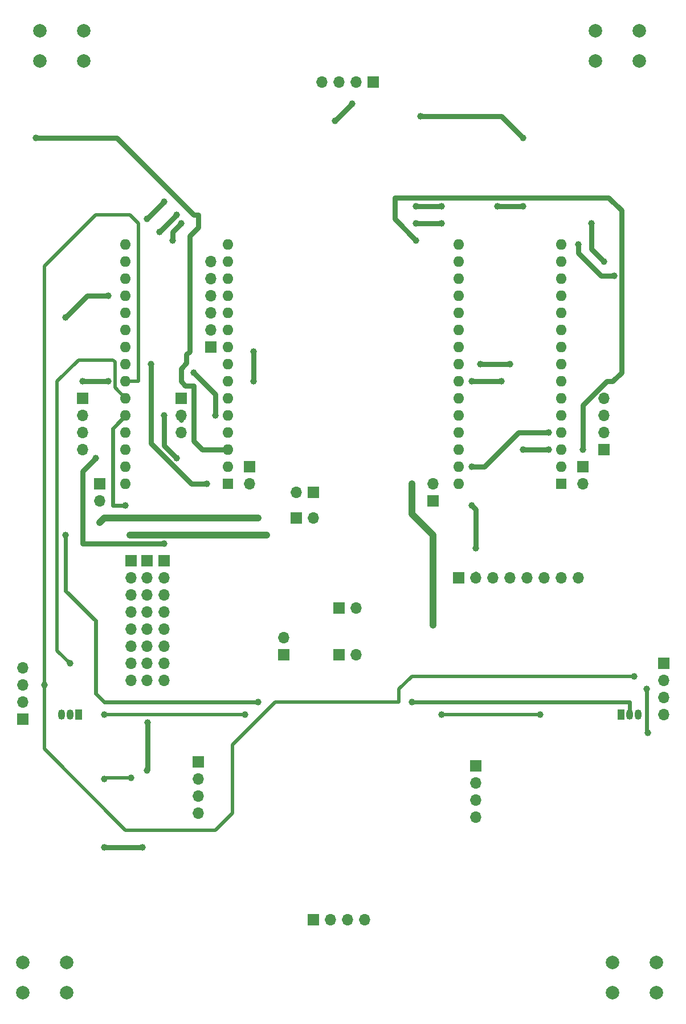
<source format=gbr>
G04 #@! TF.GenerationSoftware,KiCad,Pcbnew,5.1.5-52549c5~84~ubuntu18.04.1*
G04 #@! TF.CreationDate,2019-12-30T18:31:59+07:00*
G04 #@! TF.ProjectId,plate,706c6174-652e-46b6-9963-61645f706362,rev?*
G04 #@! TF.SameCoordinates,Original*
G04 #@! TF.FileFunction,Copper,L2,Bot*
G04 #@! TF.FilePolarity,Positive*
%FSLAX46Y46*%
G04 Gerber Fmt 4.6, Leading zero omitted, Abs format (unit mm)*
G04 Created by KiCad (PCBNEW 5.1.5-52549c5~84~ubuntu18.04.1) date 2019-12-30 18:31:59*
%MOMM*%
%LPD*%
G04 APERTURE LIST*
%ADD10O,1.700000X1.700000*%
%ADD11R,1.700000X1.700000*%
%ADD12C,2.000000*%
%ADD13R,1.050000X1.500000*%
%ADD14O,1.050000X1.500000*%
%ADD15O,1.600000X1.600000*%
%ADD16R,1.600000X1.600000*%
%ADD17C,1.000000*%
%ADD18C,0.800000*%
%ADD19C,1.000000*%
%ADD20C,0.600000*%
%ADD21C,0.500000*%
G04 APERTURE END LIST*
D10*
X40640000Y-123825000D03*
X40640000Y-126365000D03*
X40640000Y-128905000D03*
D11*
X40640000Y-131445000D03*
D10*
X135890000Y-130810000D03*
X135890000Y-128270000D03*
X135890000Y-125730000D03*
D11*
X135890000Y-123190000D03*
D10*
X49530000Y-91440000D03*
X49530000Y-88900000D03*
X49530000Y-86360000D03*
D11*
X49530000Y-83820000D03*
D10*
X85090000Y-36830000D03*
X87630000Y-36830000D03*
X90170000Y-36830000D03*
D11*
X92710000Y-36830000D03*
D10*
X127000000Y-83820000D03*
X127000000Y-86360000D03*
X127000000Y-88900000D03*
D11*
X127000000Y-91440000D03*
D10*
X91440000Y-161290000D03*
X88900000Y-161290000D03*
X86360000Y-161290000D03*
D11*
X83820000Y-161290000D03*
D10*
X123190000Y-110490000D03*
X120650000Y-110490000D03*
X118110000Y-110490000D03*
X115570000Y-110490000D03*
X113030000Y-110490000D03*
X110490000Y-110490000D03*
X107950000Y-110490000D03*
D11*
X105410000Y-110490000D03*
D10*
X66675000Y-145415000D03*
X66675000Y-142875000D03*
X66675000Y-140335000D03*
D11*
X66675000Y-137795000D03*
D10*
X107950000Y-146050000D03*
X107950000Y-143510000D03*
X107950000Y-140970000D03*
D11*
X107950000Y-138430000D03*
D10*
X74295000Y-96520000D03*
D11*
X74295000Y-93980000D03*
D10*
X123825000Y-96520000D03*
D11*
X123825000Y-93980000D03*
D12*
X47140000Y-167640000D03*
X47140000Y-172140000D03*
X40640000Y-167640000D03*
X40640000Y-172140000D03*
X134770000Y-167640000D03*
X134770000Y-172140000D03*
X128270000Y-167640000D03*
X128270000Y-172140000D03*
D13*
X48895000Y-130810000D03*
D14*
X46355000Y-130810000D03*
X47625000Y-130810000D03*
D13*
X129540000Y-130810000D03*
D14*
X132080000Y-130810000D03*
X130810000Y-130810000D03*
D10*
X79375000Y-119380000D03*
D11*
X79375000Y-121920000D03*
D10*
X90170000Y-121920000D03*
D11*
X87630000Y-121920000D03*
D10*
X90170000Y-114935000D03*
D11*
X87630000Y-114935000D03*
D10*
X52070000Y-99060000D03*
D11*
X52070000Y-96520000D03*
D10*
X101600000Y-96520000D03*
D11*
X101600000Y-99060000D03*
D10*
X68580000Y-63500000D03*
X68580000Y-66040000D03*
X68580000Y-68580000D03*
X68580000Y-71120000D03*
X68580000Y-73660000D03*
D11*
X68580000Y-76200000D03*
D15*
X55880000Y-60960000D03*
X71120000Y-60960000D03*
X55880000Y-96520000D03*
X71120000Y-63500000D03*
X55880000Y-93980000D03*
X71120000Y-66040000D03*
X55880000Y-91440000D03*
X71120000Y-68580000D03*
X55880000Y-88900000D03*
X71120000Y-71120000D03*
X55880000Y-86360000D03*
X71120000Y-73660000D03*
X55880000Y-83820000D03*
X71120000Y-76200000D03*
X55880000Y-81280000D03*
X71120000Y-78740000D03*
X55880000Y-78740000D03*
X71120000Y-81280000D03*
X55880000Y-76200000D03*
X71120000Y-83820000D03*
X55880000Y-73660000D03*
X71120000Y-86360000D03*
X55880000Y-71120000D03*
X71120000Y-88900000D03*
X55880000Y-68580000D03*
X71120000Y-91440000D03*
X55880000Y-66040000D03*
X71120000Y-93980000D03*
X55880000Y-63500000D03*
D16*
X71120000Y-96520000D03*
D10*
X64135000Y-88900000D03*
X64135000Y-86360000D03*
D11*
X64135000Y-83820000D03*
D10*
X83820000Y-101600000D03*
D11*
X81280000Y-101600000D03*
D15*
X105410000Y-60960000D03*
X120650000Y-60960000D03*
X105410000Y-96520000D03*
X120650000Y-63500000D03*
X105410000Y-93980000D03*
X120650000Y-66040000D03*
X105410000Y-91440000D03*
X120650000Y-68580000D03*
X105410000Y-88900000D03*
X120650000Y-71120000D03*
X105410000Y-86360000D03*
X120650000Y-73660000D03*
X105410000Y-83820000D03*
X120650000Y-76200000D03*
X105410000Y-81280000D03*
X120650000Y-78740000D03*
X105410000Y-78740000D03*
X120650000Y-81280000D03*
X105410000Y-76200000D03*
X120650000Y-83820000D03*
X105410000Y-73660000D03*
X120650000Y-86360000D03*
X105410000Y-71120000D03*
X120650000Y-88900000D03*
X105410000Y-68580000D03*
X120650000Y-91440000D03*
X105410000Y-66040000D03*
X120650000Y-93980000D03*
X105410000Y-63500000D03*
D16*
X120650000Y-96520000D03*
D10*
X56670000Y-125730000D03*
X56670000Y-123190000D03*
X56670000Y-120650000D03*
X56670000Y-118110000D03*
X56670000Y-115570000D03*
X56670000Y-113030000D03*
X56670000Y-110490000D03*
D11*
X56670000Y-107950000D03*
D12*
X132230000Y-29210000D03*
X132230000Y-33710000D03*
X125730000Y-29210000D03*
X125730000Y-33710000D03*
X49680000Y-29210000D03*
X49680000Y-33710000D03*
X43180000Y-29210000D03*
X43180000Y-33710000D03*
D10*
X81280000Y-97790000D03*
D11*
X83820000Y-97790000D03*
D10*
X59055000Y-125730000D03*
X59055000Y-123190000D03*
X59055000Y-120650000D03*
X59055000Y-118110000D03*
X59055000Y-115570000D03*
X59055000Y-113030000D03*
X59055000Y-110490000D03*
D11*
X59055000Y-107950000D03*
D10*
X61595000Y-125730000D03*
X61595000Y-123190000D03*
X61595000Y-120650000D03*
X61595000Y-118110000D03*
X61595000Y-115570000D03*
X61595000Y-113030000D03*
X61595000Y-110490000D03*
D11*
X61595000Y-107950000D03*
D17*
X51435000Y-92710000D03*
X61595000Y-105410000D03*
X59182500Y-131952500D03*
X59055000Y-139065000D03*
X49530000Y-81280000D03*
X53340000Y-81280000D03*
X58420000Y-150495000D03*
X52705000Y-150495000D03*
X76835000Y-104140000D03*
X56515000Y-104140000D03*
X127000000Y-63500000D03*
X125085000Y-57775000D03*
X99695000Y-41910000D03*
X114935000Y-45085000D03*
X107950000Y-106045000D03*
X107315000Y-99695000D03*
X73660000Y-104140000D03*
X118745000Y-88900000D03*
X107315000Y-93980000D03*
X133480000Y-133480000D03*
X133350000Y-127000000D03*
X56670000Y-140180000D03*
X52705000Y-140335000D03*
X66040000Y-80010000D03*
X69215000Y-86360000D03*
X101600000Y-117475000D03*
X98425000Y-96520000D03*
X111760000Y-81280000D03*
X107315000Y-81280000D03*
X113030000Y-78740000D03*
X108585000Y-78740000D03*
X118745000Y-91440000D03*
X114935000Y-91440000D03*
X74930000Y-81280000D03*
X74930000Y-76835000D03*
X99060000Y-60325000D03*
X123825000Y-91440000D03*
X102870000Y-57785000D03*
X99060000Y-57785000D03*
X61595000Y-54610000D03*
X59055000Y-57150000D03*
X42545000Y-45085000D03*
X75565000Y-101600000D03*
X52070000Y-102235000D03*
X52705000Y-130810000D03*
X73660000Y-130810000D03*
X102870000Y-130810000D03*
X117475000Y-130810000D03*
X67945000Y-96520000D03*
X59690000Y-78740000D03*
X55880000Y-99695000D03*
X46990000Y-104140000D03*
X98425000Y-128905000D03*
X75565000Y-128905000D03*
X47625000Y-123190000D03*
X53340000Y-68580000D03*
X46990000Y-71755000D03*
X89535000Y-40005000D03*
X86995000Y-42545000D03*
X63500000Y-56515000D03*
X60960000Y-59055000D03*
X62865000Y-60325000D03*
X64135000Y-57785000D03*
X99060000Y-55245000D03*
X102870000Y-55245000D03*
X111125000Y-55245000D03*
X114935000Y-55245000D03*
X128450001Y-65585001D03*
X123190000Y-60960000D03*
X63500000Y-92710000D03*
X61595000Y-86360000D03*
X131445000Y-125095000D03*
X43815000Y-126365000D03*
D18*
X51435000Y-92710000D02*
X49530000Y-94615000D01*
X49530000Y-94615000D02*
X49530000Y-104775000D01*
X49530000Y-104775000D02*
X49530000Y-105410000D01*
X49530000Y-105410000D02*
X60960000Y-105410000D01*
X60960000Y-105410000D02*
X61595000Y-105410000D01*
X61595000Y-105410000D02*
X61595000Y-105410000D01*
X49680000Y-29210000D02*
X49530000Y-29210000D01*
X59182500Y-138937500D02*
X59055000Y-139065000D01*
X59182500Y-131952500D02*
X59182500Y-138937500D01*
X53340000Y-81280000D02*
X49530000Y-81280000D01*
X64135000Y-86360000D02*
X64135000Y-86995000D01*
X58420000Y-150495000D02*
X52705000Y-150495000D01*
D19*
X76835000Y-104140000D02*
X56515000Y-104140000D01*
X56515000Y-104140000D02*
X56515000Y-104140000D01*
D18*
X125085000Y-61585000D02*
X127000000Y-63500000D01*
X125085000Y-57775000D02*
X125085000Y-61585000D01*
X111760000Y-41910000D02*
X99695000Y-41910000D01*
X114935000Y-45085000D02*
X111760000Y-41910000D01*
X107950000Y-110490000D02*
X107950000Y-109855000D01*
X107950000Y-100330000D02*
X107315000Y-99695000D01*
X107950000Y-106045000D02*
X107950000Y-100330000D01*
X107315000Y-93980000D02*
X109220000Y-93980000D01*
X114300000Y-88900000D02*
X118745000Y-88900000D01*
X109220000Y-93980000D02*
X114300000Y-88900000D01*
D20*
X133350000Y-133350000D02*
X133480000Y-133480000D01*
X133350000Y-127000000D02*
X133350000Y-133350000D01*
D21*
X52860000Y-140180000D02*
X52705000Y-140335000D01*
X56670000Y-140180000D02*
X52860000Y-140180000D01*
D18*
X69215000Y-83185000D02*
X66040000Y-80010000D01*
X69215000Y-86360000D02*
X69215000Y-83185000D01*
D19*
X98425000Y-96520000D02*
X98425000Y-100965000D01*
X101600000Y-104140000D02*
X101600000Y-117475000D01*
X98425000Y-100965000D02*
X101600000Y-104140000D01*
D18*
X107315000Y-81280000D02*
X111760000Y-81280000D01*
X113030000Y-78740000D02*
X108585000Y-78740000D01*
X118745000Y-91440000D02*
X114935000Y-91440000D01*
X74930000Y-81280000D02*
X74930000Y-76835000D01*
X74930000Y-76835000D02*
X74930000Y-76835000D01*
X99060000Y-60325000D02*
X95885000Y-57150000D01*
X95885000Y-57150000D02*
X95885000Y-53975000D01*
X95885000Y-53975000D02*
X107950000Y-53975000D01*
X107950000Y-53975000D02*
X127635000Y-53975000D01*
X129550002Y-55890002D02*
X129550002Y-79999998D01*
X127635000Y-53975000D02*
X129550002Y-55890002D01*
X129550002Y-79999998D02*
X128270000Y-81280000D01*
X127393998Y-81280000D02*
X123825000Y-84848998D01*
X128270000Y-81280000D02*
X127393998Y-81280000D01*
X123825000Y-84848998D02*
X123825000Y-91440000D01*
X123825000Y-91440000D02*
X123825000Y-91440000D01*
X102870000Y-57785000D02*
X99060000Y-57785000D01*
X61595000Y-54610000D02*
X59055000Y-57150000D01*
X66675000Y-56515000D02*
X66040000Y-56515000D01*
X54610000Y-45085000D02*
X42545000Y-45085000D01*
X65405000Y-59690000D02*
X66675000Y-58420000D01*
X66675000Y-58420000D02*
X66675000Y-56515000D01*
X64939999Y-77300001D02*
X65405000Y-76835000D01*
X64939999Y-78570001D02*
X64939999Y-77300001D01*
X66040000Y-56515000D02*
X54610000Y-45085000D01*
X66040000Y-81915000D02*
X64770000Y-81915000D01*
X71120000Y-91440000D02*
X67310000Y-91440000D01*
X64135000Y-79375000D02*
X64939999Y-78570001D01*
X66040000Y-90170000D02*
X66040000Y-81915000D01*
X67310000Y-91440000D02*
X66040000Y-90170000D01*
X64770000Y-81915000D02*
X64135000Y-81280000D01*
X65405000Y-76835000D02*
X65405000Y-59690000D01*
X64135000Y-81280000D02*
X64135000Y-79375000D01*
D19*
X52705000Y-101600000D02*
X52070000Y-102235000D01*
X75565000Y-101600000D02*
X52705000Y-101600000D01*
D21*
X52705000Y-130810000D02*
X73660000Y-130810000D01*
X73660000Y-130810000D02*
X73660000Y-130810000D01*
X102870000Y-130810000D02*
X117475000Y-130810000D01*
X117475000Y-130810000D02*
X117475000Y-130810000D01*
D18*
X67237894Y-96520000D02*
X67945000Y-96520000D01*
X65681998Y-96520000D02*
X67237894Y-96520000D01*
X59690000Y-90528002D02*
X65681998Y-96520000D01*
X59690000Y-78740000D02*
X59690000Y-90528002D01*
D20*
X55880000Y-86360000D02*
X54579999Y-87660001D01*
X54579999Y-87660001D02*
X53975000Y-88265000D01*
X53975000Y-88265000D02*
X53975000Y-99695000D01*
X53975000Y-99695000D02*
X55880000Y-99695000D01*
X55880000Y-99695000D02*
X55880000Y-99695000D01*
X46990000Y-112395000D02*
X51435000Y-116840000D01*
X51435000Y-116840000D02*
X51435000Y-127635000D01*
X46990000Y-104140000D02*
X46990000Y-112395000D01*
X51435000Y-127635000D02*
X52705000Y-128905000D01*
X52705000Y-128905000D02*
X75565000Y-128905000D01*
X130810000Y-130810000D02*
X130810000Y-128905000D01*
X130810000Y-128905000D02*
X98425000Y-128905000D01*
X98425000Y-128905000D02*
X98425000Y-128905000D01*
X75565000Y-128905000D02*
X75565000Y-128905000D01*
D21*
X54290001Y-82230001D02*
X54290001Y-78420001D01*
X55880000Y-83820000D02*
X54290001Y-82230001D01*
X54290001Y-78420001D02*
X53975000Y-78105000D01*
X53975000Y-78105000D02*
X51298998Y-78105000D01*
X51298998Y-78105000D02*
X48895000Y-78105000D01*
X48895000Y-78105000D02*
X45720000Y-81280000D01*
X45720000Y-81280000D02*
X45720000Y-121285000D01*
X45720000Y-121285000D02*
X47625000Y-123190000D01*
X47625000Y-123190000D02*
X47625000Y-123190000D01*
D18*
X50165000Y-68580000D02*
X46990000Y-71755000D01*
X53340000Y-68580000D02*
X50165000Y-68580000D01*
X89535000Y-40005000D02*
X86995000Y-42545000D01*
X86995000Y-42545000D02*
X86995000Y-42545000D01*
X63500000Y-56515000D02*
X60960000Y-59055000D01*
X62865000Y-60325000D02*
X62865000Y-59055000D01*
X62865000Y-59055000D02*
X64135000Y-57785000D01*
X64135000Y-57785000D02*
X64135000Y-57785000D01*
X99060000Y-55245000D02*
X102870000Y-55245000D01*
X102870000Y-55245000D02*
X102870000Y-55245000D01*
X111125000Y-55245000D02*
X114935000Y-55245000D01*
X114935000Y-55245000D02*
X114935000Y-55245000D01*
X128450001Y-65585001D02*
X126545001Y-65585001D01*
X126545001Y-65585001D02*
X123190000Y-62230000D01*
X123190000Y-62230000D02*
X123190000Y-60960000D01*
X61595000Y-90805000D02*
X63500000Y-92710000D01*
X61595000Y-86360000D02*
X61595000Y-90805000D01*
D21*
X55880000Y-81280000D02*
X57150000Y-81280000D01*
X57150000Y-81280000D02*
X57785000Y-81280000D01*
X57785000Y-81280000D02*
X57785000Y-57785000D01*
X57785000Y-57785000D02*
X56515000Y-56515000D01*
X56515000Y-56515000D02*
X51435000Y-56515000D01*
X51435000Y-56515000D02*
X43815000Y-64135000D01*
X43815000Y-125730000D02*
X43815000Y-126365000D01*
X43815000Y-125730000D02*
X43815000Y-135890000D01*
X43815000Y-64135000D02*
X43815000Y-125730000D01*
X43815000Y-135890000D02*
X55880000Y-147955000D01*
X55880000Y-147955000D02*
X66059002Y-147955000D01*
X66059002Y-147955000D02*
X69215000Y-147955000D01*
X69215000Y-147955000D02*
X71755000Y-145415000D01*
X71755000Y-145415000D02*
X71755000Y-135255000D01*
X71755000Y-135255000D02*
X78105000Y-128905000D01*
X78105000Y-128905000D02*
X96520000Y-128905000D01*
X96520000Y-128905000D02*
X96520000Y-127000000D01*
X96520000Y-127000000D02*
X98425000Y-125095000D01*
X98425000Y-125095000D02*
X131445000Y-125095000D01*
X131445000Y-125095000D02*
X131445000Y-125095000D01*
X43815000Y-126365000D02*
X43815000Y-126365000D01*
M02*

</source>
